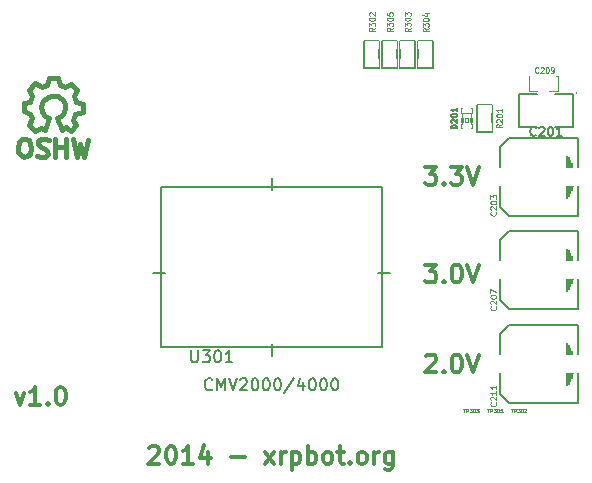
<source format=gto>
%FSLAX46Y46*%
G04 Gerber Fmt 4.6, Leading zero omitted, Abs format (unit mm)*
G04 Created by KiCad (PCBNEW (2014-07-08 BZR 4987)-product) date Sun 20 Jul 2014 10:52:27 PM CEST*
%MOMM*%
G01*
G04 APERTURE LIST*
%ADD10C,0.100000*%
%ADD11C,0.300000*%
%ADD12C,0.150000*%
%ADD13C,0.127000*%
%ADD14C,0.119380*%
%ADD15C,0.066040*%
%ADD16C,0.101600*%
%ADD17C,0.381000*%
%ADD18C,0.114300*%
%ADD19C,0.038100*%
%ADD20C,0.031750*%
%ADD21C,0.800000*%
%ADD22R,1.270000X2.540000*%
%ADD23R,1.143000X0.635000*%
%ADD24R,3.599180X1.600200*%
%ADD25R,0.635000X1.143000*%
%ADD26C,1.524000*%
%ADD27R,0.797560X0.797560*%
%ADD28C,4.500000*%
G04 APERTURE END LIST*
D10*
D11*
X143835715Y-115383571D02*
X144764286Y-115383571D01*
X144264286Y-115955000D01*
X144478572Y-115955000D01*
X144621429Y-116026429D01*
X144692858Y-116097857D01*
X144764286Y-116240714D01*
X144764286Y-116597857D01*
X144692858Y-116740714D01*
X144621429Y-116812143D01*
X144478572Y-116883571D01*
X144050000Y-116883571D01*
X143907143Y-116812143D01*
X143835715Y-116740714D01*
X145407143Y-116740714D02*
X145478571Y-116812143D01*
X145407143Y-116883571D01*
X145335714Y-116812143D01*
X145407143Y-116740714D01*
X145407143Y-116883571D01*
X146407143Y-115383571D02*
X146550000Y-115383571D01*
X146692857Y-115455000D01*
X146764286Y-115526429D01*
X146835715Y-115669286D01*
X146907143Y-115955000D01*
X146907143Y-116312143D01*
X146835715Y-116597857D01*
X146764286Y-116740714D01*
X146692857Y-116812143D01*
X146550000Y-116883571D01*
X146407143Y-116883571D01*
X146264286Y-116812143D01*
X146192857Y-116740714D01*
X146121429Y-116597857D01*
X146050000Y-116312143D01*
X146050000Y-115955000D01*
X146121429Y-115669286D01*
X146192857Y-115526429D01*
X146264286Y-115455000D01*
X146407143Y-115383571D01*
X147335714Y-115383571D02*
X147835714Y-116883571D01*
X148335714Y-115383571D01*
X143907143Y-123146429D02*
X143978572Y-123075000D01*
X144121429Y-123003571D01*
X144478572Y-123003571D01*
X144621429Y-123075000D01*
X144692858Y-123146429D01*
X144764286Y-123289286D01*
X144764286Y-123432143D01*
X144692858Y-123646429D01*
X143835715Y-124503571D01*
X144764286Y-124503571D01*
X145407143Y-124360714D02*
X145478571Y-124432143D01*
X145407143Y-124503571D01*
X145335714Y-124432143D01*
X145407143Y-124360714D01*
X145407143Y-124503571D01*
X146407143Y-123003571D02*
X146550000Y-123003571D01*
X146692857Y-123075000D01*
X146764286Y-123146429D01*
X146835715Y-123289286D01*
X146907143Y-123575000D01*
X146907143Y-123932143D01*
X146835715Y-124217857D01*
X146764286Y-124360714D01*
X146692857Y-124432143D01*
X146550000Y-124503571D01*
X146407143Y-124503571D01*
X146264286Y-124432143D01*
X146192857Y-124360714D01*
X146121429Y-124217857D01*
X146050000Y-123932143D01*
X146050000Y-123575000D01*
X146121429Y-123289286D01*
X146192857Y-123146429D01*
X146264286Y-123075000D01*
X146407143Y-123003571D01*
X147335714Y-123003571D02*
X147835714Y-124503571D01*
X148335714Y-123003571D01*
X143835715Y-107128571D02*
X144764286Y-107128571D01*
X144264286Y-107700000D01*
X144478572Y-107700000D01*
X144621429Y-107771429D01*
X144692858Y-107842857D01*
X144764286Y-107985714D01*
X144764286Y-108342857D01*
X144692858Y-108485714D01*
X144621429Y-108557143D01*
X144478572Y-108628571D01*
X144050000Y-108628571D01*
X143907143Y-108557143D01*
X143835715Y-108485714D01*
X145407143Y-108485714D02*
X145478571Y-108557143D01*
X145407143Y-108628571D01*
X145335714Y-108557143D01*
X145407143Y-108485714D01*
X145407143Y-108628571D01*
X145978572Y-107128571D02*
X146907143Y-107128571D01*
X146407143Y-107700000D01*
X146621429Y-107700000D01*
X146764286Y-107771429D01*
X146835715Y-107842857D01*
X146907143Y-107985714D01*
X146907143Y-108342857D01*
X146835715Y-108485714D01*
X146764286Y-108557143D01*
X146621429Y-108628571D01*
X146192857Y-108628571D01*
X146050000Y-108557143D01*
X145978572Y-108485714D01*
X147335714Y-107128571D02*
X147835714Y-108628571D01*
X148335714Y-107128571D01*
X109167144Y-126248571D02*
X109524287Y-127248571D01*
X109881429Y-126248571D01*
X111238572Y-127248571D02*
X110381429Y-127248571D01*
X110810001Y-127248571D02*
X110810001Y-125748571D01*
X110667144Y-125962857D01*
X110524286Y-126105714D01*
X110381429Y-126177143D01*
X111881429Y-127105714D02*
X111952857Y-127177143D01*
X111881429Y-127248571D01*
X111810000Y-127177143D01*
X111881429Y-127105714D01*
X111881429Y-127248571D01*
X112881429Y-125748571D02*
X113024286Y-125748571D01*
X113167143Y-125820000D01*
X113238572Y-125891429D01*
X113310001Y-126034286D01*
X113381429Y-126320000D01*
X113381429Y-126677143D01*
X113310001Y-126962857D01*
X113238572Y-127105714D01*
X113167143Y-127177143D01*
X113024286Y-127248571D01*
X112881429Y-127248571D01*
X112738572Y-127177143D01*
X112667143Y-127105714D01*
X112595715Y-126962857D01*
X112524286Y-126677143D01*
X112524286Y-126320000D01*
X112595715Y-126034286D01*
X112667143Y-125891429D01*
X112738572Y-125820000D01*
X112881429Y-125748571D01*
X120452858Y-130891429D02*
X120524287Y-130820000D01*
X120667144Y-130748571D01*
X121024287Y-130748571D01*
X121167144Y-130820000D01*
X121238573Y-130891429D01*
X121310001Y-131034286D01*
X121310001Y-131177143D01*
X121238573Y-131391429D01*
X120381430Y-132248571D01*
X121310001Y-132248571D01*
X122238572Y-130748571D02*
X122381429Y-130748571D01*
X122524286Y-130820000D01*
X122595715Y-130891429D01*
X122667144Y-131034286D01*
X122738572Y-131320000D01*
X122738572Y-131677143D01*
X122667144Y-131962857D01*
X122595715Y-132105714D01*
X122524286Y-132177143D01*
X122381429Y-132248571D01*
X122238572Y-132248571D01*
X122095715Y-132177143D01*
X122024286Y-132105714D01*
X121952858Y-131962857D01*
X121881429Y-131677143D01*
X121881429Y-131320000D01*
X121952858Y-131034286D01*
X122024286Y-130891429D01*
X122095715Y-130820000D01*
X122238572Y-130748571D01*
X124167143Y-132248571D02*
X123310000Y-132248571D01*
X123738572Y-132248571D02*
X123738572Y-130748571D01*
X123595715Y-130962857D01*
X123452857Y-131105714D01*
X123310000Y-131177143D01*
X125452857Y-131248571D02*
X125452857Y-132248571D01*
X125095714Y-130677143D02*
X124738571Y-131748571D01*
X125667143Y-131748571D01*
X127381428Y-131677143D02*
X128524285Y-131677143D01*
X130238571Y-132248571D02*
X131024285Y-131248571D01*
X130238571Y-131248571D02*
X131024285Y-132248571D01*
X131595714Y-132248571D02*
X131595714Y-131248571D01*
X131595714Y-131534286D02*
X131667142Y-131391429D01*
X131738571Y-131320000D01*
X131881428Y-131248571D01*
X132024285Y-131248571D01*
X132524285Y-131248571D02*
X132524285Y-132748571D01*
X132524285Y-131320000D02*
X132667142Y-131248571D01*
X132952856Y-131248571D01*
X133095713Y-131320000D01*
X133167142Y-131391429D01*
X133238571Y-131534286D01*
X133238571Y-131962857D01*
X133167142Y-132105714D01*
X133095713Y-132177143D01*
X132952856Y-132248571D01*
X132667142Y-132248571D01*
X132524285Y-132177143D01*
X133881428Y-132248571D02*
X133881428Y-130748571D01*
X133881428Y-131320000D02*
X134024285Y-131248571D01*
X134309999Y-131248571D01*
X134452856Y-131320000D01*
X134524285Y-131391429D01*
X134595714Y-131534286D01*
X134595714Y-131962857D01*
X134524285Y-132105714D01*
X134452856Y-132177143D01*
X134309999Y-132248571D01*
X134024285Y-132248571D01*
X133881428Y-132177143D01*
X135452857Y-132248571D02*
X135309999Y-132177143D01*
X135238571Y-132105714D01*
X135167142Y-131962857D01*
X135167142Y-131534286D01*
X135238571Y-131391429D01*
X135309999Y-131320000D01*
X135452857Y-131248571D01*
X135667142Y-131248571D01*
X135809999Y-131320000D01*
X135881428Y-131391429D01*
X135952857Y-131534286D01*
X135952857Y-131962857D01*
X135881428Y-132105714D01*
X135809999Y-132177143D01*
X135667142Y-132248571D01*
X135452857Y-132248571D01*
X136381428Y-131248571D02*
X136952857Y-131248571D01*
X136595714Y-130748571D02*
X136595714Y-132034286D01*
X136667142Y-132177143D01*
X136810000Y-132248571D01*
X136952857Y-132248571D01*
X137452857Y-132105714D02*
X137524285Y-132177143D01*
X137452857Y-132248571D01*
X137381428Y-132177143D01*
X137452857Y-132105714D01*
X137452857Y-132248571D01*
X138381429Y-132248571D02*
X138238571Y-132177143D01*
X138167143Y-132105714D01*
X138095714Y-131962857D01*
X138095714Y-131534286D01*
X138167143Y-131391429D01*
X138238571Y-131320000D01*
X138381429Y-131248571D01*
X138595714Y-131248571D01*
X138738571Y-131320000D01*
X138810000Y-131391429D01*
X138881429Y-131534286D01*
X138881429Y-131962857D01*
X138810000Y-132105714D01*
X138738571Y-132177143D01*
X138595714Y-132248571D01*
X138381429Y-132248571D01*
X139524286Y-132248571D02*
X139524286Y-131248571D01*
X139524286Y-131534286D02*
X139595714Y-131391429D01*
X139667143Y-131320000D01*
X139810000Y-131248571D01*
X139952857Y-131248571D01*
X141095714Y-131248571D02*
X141095714Y-132462857D01*
X141024285Y-132605714D01*
X140952857Y-132677143D01*
X140810000Y-132748571D01*
X140595714Y-132748571D01*
X140452857Y-132677143D01*
X141095714Y-132177143D02*
X140952857Y-132248571D01*
X140667143Y-132248571D01*
X140524285Y-132177143D01*
X140452857Y-132105714D01*
X140381428Y-131962857D01*
X140381428Y-131534286D01*
X140452857Y-131391429D01*
X140524285Y-131320000D01*
X140667143Y-131248571D01*
X140952857Y-131248571D01*
X141095714Y-131320000D01*
D12*
X130810000Y-109090000D02*
X130810000Y-108090000D01*
X130810000Y-122090000D02*
X130810000Y-123090000D01*
X121810000Y-116090000D02*
X120810000Y-116090000D01*
X139810000Y-116090000D02*
X140810000Y-116090000D01*
X140135000Y-122320000D02*
X121485000Y-122320000D01*
X121485000Y-122320000D02*
X121485000Y-108820000D01*
X121485000Y-108820000D02*
X140135000Y-108820000D01*
X140135000Y-108820000D02*
X140135000Y-122320000D01*
X121485000Y-120570000D02*
X121485000Y-110570000D01*
X140135000Y-110570000D02*
X140135000Y-120570000D01*
D13*
X156643605Y-100838000D02*
G75*
G03X156643604Y-100837999I-179605J0D01*
G74*
G01*
X154813000Y-103759000D02*
X156337000Y-103759000D01*
X156337000Y-103759000D02*
X156337000Y-100965000D01*
X156337000Y-100965000D02*
X154813000Y-100965000D01*
X153289000Y-100965000D02*
X151765000Y-100965000D01*
X151765000Y-100965000D02*
X151765000Y-103759000D01*
X151765000Y-103759000D02*
X153289000Y-103759000D01*
X138675000Y-98713000D02*
X138675000Y-96427000D01*
X138675000Y-96427000D02*
X139945000Y-96427000D01*
X139945000Y-96427000D02*
X139945000Y-98713000D01*
X139945000Y-98713000D02*
X138675000Y-98713000D01*
X141675000Y-98713000D02*
X141675000Y-96427000D01*
X141675000Y-96427000D02*
X142945000Y-96427000D01*
X142945000Y-96427000D02*
X142945000Y-98713000D01*
X142945000Y-98713000D02*
X141675000Y-98713000D01*
X144445000Y-96427000D02*
X144445000Y-98713000D01*
X144445000Y-98713000D02*
X143175000Y-98713000D01*
X143175000Y-98713000D02*
X143175000Y-96427000D01*
X143175000Y-96427000D02*
X144445000Y-96427000D01*
X140175000Y-98713000D02*
X140175000Y-96427000D01*
X140175000Y-96427000D02*
X141445000Y-96427000D01*
X141445000Y-96427000D02*
X141445000Y-98713000D01*
X141445000Y-98713000D02*
X140175000Y-98713000D01*
X156337000Y-108712000D02*
X156337000Y-107188000D01*
X156210000Y-106807000D02*
X156210000Y-109093000D01*
X156083000Y-109347000D02*
X156083000Y-106553000D01*
X155956000Y-106299000D02*
X155956000Y-109601000D01*
X155829000Y-109728000D02*
X155829000Y-106172000D01*
X156464000Y-107950000D02*
G75*
G03X156463999Y-107949999I-3048000J0D01*
G74*
G01*
X156718000Y-111252000D02*
X156718000Y-104648000D01*
X156718000Y-104648000D02*
X150876000Y-104648000D01*
X150876000Y-104648000D02*
X150114000Y-105410000D01*
X150114000Y-105410000D02*
X150114000Y-110490000D01*
X150114000Y-110490000D02*
X150876000Y-111252000D01*
X150876000Y-111252000D02*
X156718000Y-111252000D01*
X151257000Y-107950000D02*
X152019000Y-107950000D01*
X151638000Y-108331000D02*
X151638000Y-107569000D01*
X156337000Y-116586000D02*
X156337000Y-115062000D01*
X156210000Y-114681000D02*
X156210000Y-116967000D01*
X156083000Y-117221000D02*
X156083000Y-114427000D01*
X155956000Y-114173000D02*
X155956000Y-117475000D01*
X155829000Y-117602000D02*
X155829000Y-114046000D01*
X156464000Y-115824000D02*
G75*
G03X156463999Y-115823999I-3048000J0D01*
G74*
G01*
X156718000Y-119126000D02*
X156718000Y-112522000D01*
X156718000Y-112522000D02*
X150876000Y-112522000D01*
X150876000Y-112522000D02*
X150114000Y-113284000D01*
X150114000Y-113284000D02*
X150114000Y-118364000D01*
X150114000Y-118364000D02*
X150876000Y-119126000D01*
X150876000Y-119126000D02*
X156718000Y-119126000D01*
X151257000Y-115824000D02*
X152019000Y-115824000D01*
X151638000Y-116205000D02*
X151638000Y-115443000D01*
D14*
X153326620Y-99395760D02*
X152628120Y-99395760D01*
X154327380Y-99395760D02*
X155025880Y-99395760D01*
X153326620Y-100696240D02*
X152628120Y-100696240D01*
X155025880Y-100696240D02*
X154327380Y-100696240D01*
X152628120Y-100681000D02*
X152628120Y-99411000D01*
X155025880Y-99411000D02*
X155025880Y-100681000D01*
D13*
X156337000Y-124587000D02*
X156337000Y-123063000D01*
X156210000Y-122682000D02*
X156210000Y-124968000D01*
X156083000Y-125222000D02*
X156083000Y-122428000D01*
X155956000Y-122174000D02*
X155956000Y-125476000D01*
X155829000Y-125603000D02*
X155829000Y-122047000D01*
X156464000Y-123825000D02*
G75*
G03X156463999Y-123824999I-3048000J0D01*
G74*
G01*
X156718000Y-127127000D02*
X156718000Y-120523000D01*
X156718000Y-120523000D02*
X150876000Y-120523000D01*
X150876000Y-120523000D02*
X150114000Y-121285000D01*
X150114000Y-121285000D02*
X150114000Y-126365000D01*
X150114000Y-126365000D02*
X150876000Y-127127000D01*
X150876000Y-127127000D02*
X156718000Y-127127000D01*
X151257000Y-123825000D02*
X152019000Y-123825000D01*
X151638000Y-124206000D02*
X151638000Y-123444000D01*
D15*
X147769580Y-103446580D02*
X146870420Y-103446580D01*
X146870420Y-103446580D02*
X146870420Y-103845360D01*
X147769580Y-103845360D02*
X146870420Y-103845360D01*
X147769580Y-103446580D02*
X147769580Y-103845360D01*
X147769580Y-102148640D02*
X146870420Y-102148640D01*
X146870420Y-102148640D02*
X146870420Y-102547420D01*
X147769580Y-102547420D02*
X146870420Y-102547420D01*
X147769580Y-102148640D02*
X147769580Y-102547420D01*
X147769580Y-102997000D02*
X147619720Y-102997000D01*
X147619720Y-102997000D02*
X147619720Y-103296720D01*
X147769580Y-103296720D02*
X147619720Y-103296720D01*
X147769580Y-102997000D02*
X147769580Y-103296720D01*
X147020280Y-102997000D02*
X146870420Y-102997000D01*
X146870420Y-102997000D02*
X146870420Y-103296720D01*
X147020280Y-103296720D02*
X146870420Y-103296720D01*
X147020280Y-102997000D02*
X147020280Y-103296720D01*
X147469860Y-102997000D02*
X147170140Y-102997000D01*
X147170140Y-102997000D02*
X147170140Y-103296720D01*
X147469860Y-103296720D02*
X147170140Y-103296720D01*
X147469860Y-102997000D02*
X147469860Y-103296720D01*
D16*
X147718780Y-103446580D02*
X147718780Y-102547420D01*
X146921220Y-103446580D02*
X146921220Y-102547420D01*
D13*
X149479000Y-101854000D02*
X149479000Y-104140000D01*
X149479000Y-104140000D02*
X148209000Y-104140000D01*
X148209000Y-104140000D02*
X148209000Y-101854000D01*
X148209000Y-101854000D02*
X149479000Y-101854000D01*
D17*
X113978780Y-104759860D02*
X114339460Y-106230520D01*
X114339460Y-106230520D02*
X114618860Y-105168800D01*
X114618860Y-105168800D02*
X114928740Y-106240680D01*
X114928740Y-106240680D02*
X115269100Y-104790340D01*
X112558920Y-105450740D02*
X113348860Y-105440580D01*
X113348860Y-105440580D02*
X113359020Y-105450740D01*
X113359020Y-105450740D02*
X113359020Y-105440580D01*
X113399660Y-104729380D02*
X113399660Y-106271160D01*
X112510660Y-104719220D02*
X112510660Y-106288940D01*
X112510660Y-106288940D02*
X112520820Y-106278780D01*
X111959480Y-104820820D02*
X111608960Y-104739540D01*
X111608960Y-104739540D02*
X111288920Y-104729380D01*
X111288920Y-104729380D02*
X111050160Y-104930040D01*
X111050160Y-104930040D02*
X111019680Y-105199280D01*
X111019680Y-105199280D02*
X111260980Y-105440580D01*
X111260980Y-105440580D02*
X111649600Y-105570120D01*
X111649600Y-105570120D02*
X111829940Y-105730140D01*
X111829940Y-105730140D02*
X111870580Y-106029860D01*
X111870580Y-106029860D02*
X111639440Y-106250840D01*
X111639440Y-106250840D02*
X111319400Y-106278780D01*
X111319400Y-106278780D02*
X110968880Y-106169560D01*
X109930020Y-104719220D02*
X109681100Y-104739540D01*
X109681100Y-104739540D02*
X109439800Y-104980840D01*
X109439800Y-104980840D02*
X109350900Y-105471060D01*
X109350900Y-105471060D02*
X109378840Y-105819040D01*
X109378840Y-105819040D02*
X109579500Y-106139080D01*
X109579500Y-106139080D02*
X109830960Y-106261000D01*
X109830960Y-106261000D02*
X110140840Y-106189880D01*
X110140840Y-106189880D02*
X110359280Y-106009540D01*
X110359280Y-106009540D02*
X110430400Y-105549800D01*
X110430400Y-105549800D02*
X110379600Y-105140860D01*
X110379600Y-105140860D02*
X110270380Y-104858920D01*
X110270380Y-104858920D02*
X109909700Y-104729380D01*
X110529460Y-102999640D02*
X110270380Y-103560980D01*
X110270380Y-103560980D02*
X110808860Y-104079140D01*
X110808860Y-104079140D02*
X111329560Y-103809900D01*
X111329560Y-103809900D02*
X111608960Y-103969920D01*
X113049140Y-103949600D02*
X113379340Y-103759100D01*
X113379340Y-103759100D02*
X113818760Y-104089300D01*
X113818760Y-104089300D02*
X114291200Y-103599080D01*
X114291200Y-103599080D02*
X114009260Y-103119020D01*
X114009260Y-103119020D02*
X114199760Y-102649120D01*
X114199760Y-102649120D02*
X114809360Y-102461160D01*
X114809360Y-102461160D02*
X114809360Y-101780440D01*
X114809360Y-101780440D02*
X114250560Y-101640740D01*
X114250560Y-101640740D02*
X114049900Y-101069240D01*
X114049900Y-101069240D02*
X114319140Y-100599340D01*
X114319140Y-100599340D02*
X113849240Y-100088800D01*
X113849240Y-100088800D02*
X113331080Y-100350420D01*
X113331080Y-100350420D02*
X112861180Y-100149760D01*
X112861180Y-100149760D02*
X112691000Y-99608740D01*
X112691000Y-99608740D02*
X112000120Y-99590960D01*
X112000120Y-99590960D02*
X111789300Y-100139600D01*
X111789300Y-100139600D02*
X111370200Y-100309780D01*
X111370200Y-100309780D02*
X110819020Y-100040540D01*
X110819020Y-100040540D02*
X110300860Y-100568860D01*
X110300860Y-100568860D02*
X110549780Y-101109880D01*
X110549780Y-101109880D02*
X110379600Y-101589940D01*
X110379600Y-101589940D02*
X109830960Y-101689000D01*
X109830960Y-101689000D02*
X109820800Y-102390040D01*
X109820800Y-102390040D02*
X110379600Y-102590700D01*
X110379600Y-102590700D02*
X110519300Y-102989480D01*
X112660520Y-102969160D02*
X112960240Y-102819300D01*
X112960240Y-102819300D02*
X113160900Y-102621180D01*
X113160900Y-102621180D02*
X113310760Y-102219860D01*
X113310760Y-102219860D02*
X113310760Y-101821080D01*
X113310760Y-101821080D02*
X113160900Y-101470560D01*
X113160900Y-101470560D02*
X112708780Y-101120040D01*
X112708780Y-101120040D02*
X112259200Y-101069240D01*
X112259200Y-101069240D02*
X111860420Y-101170840D01*
X111860420Y-101170840D02*
X111459100Y-101518820D01*
X111459100Y-101518820D02*
X111309240Y-101970940D01*
X111309240Y-101970940D02*
X111360040Y-102468780D01*
X111360040Y-102468780D02*
X111608960Y-102771040D01*
X111608960Y-102771040D02*
X111959480Y-102969160D01*
X111959480Y-102969160D02*
X111608960Y-103969920D01*
X112660520Y-102969160D02*
X113059300Y-103969920D01*
D12*
X124015714Y-122642381D02*
X124015714Y-123451905D01*
X124063333Y-123547143D01*
X124110952Y-123594762D01*
X124206190Y-123642381D01*
X124396667Y-123642381D01*
X124491905Y-123594762D01*
X124539524Y-123547143D01*
X124587143Y-123451905D01*
X124587143Y-122642381D01*
X124968095Y-122642381D02*
X125587143Y-122642381D01*
X125253809Y-123023333D01*
X125396667Y-123023333D01*
X125491905Y-123070952D01*
X125539524Y-123118571D01*
X125587143Y-123213810D01*
X125587143Y-123451905D01*
X125539524Y-123547143D01*
X125491905Y-123594762D01*
X125396667Y-123642381D01*
X125110952Y-123642381D01*
X125015714Y-123594762D01*
X124968095Y-123547143D01*
X126206190Y-122642381D02*
X126301429Y-122642381D01*
X126396667Y-122690000D01*
X126444286Y-122737619D01*
X126491905Y-122832857D01*
X126539524Y-123023333D01*
X126539524Y-123261429D01*
X126491905Y-123451905D01*
X126444286Y-123547143D01*
X126396667Y-123594762D01*
X126301429Y-123642381D01*
X126206190Y-123642381D01*
X126110952Y-123594762D01*
X126063333Y-123547143D01*
X126015714Y-123451905D01*
X125968095Y-123261429D01*
X125968095Y-123023333D01*
X126015714Y-122832857D01*
X126063333Y-122737619D01*
X126110952Y-122690000D01*
X126206190Y-122642381D01*
X127491905Y-123642381D02*
X126920476Y-123642381D01*
X127206190Y-123642381D02*
X127206190Y-122642381D01*
X127110952Y-122785238D01*
X127015714Y-122880476D01*
X126920476Y-122928095D01*
X125786191Y-125927143D02*
X125738572Y-125974762D01*
X125595715Y-126022381D01*
X125500477Y-126022381D01*
X125357619Y-125974762D01*
X125262381Y-125879524D01*
X125214762Y-125784286D01*
X125167143Y-125593810D01*
X125167143Y-125450952D01*
X125214762Y-125260476D01*
X125262381Y-125165238D01*
X125357619Y-125070000D01*
X125500477Y-125022381D01*
X125595715Y-125022381D01*
X125738572Y-125070000D01*
X125786191Y-125117619D01*
X126214762Y-126022381D02*
X126214762Y-125022381D01*
X126548096Y-125736667D01*
X126881429Y-125022381D01*
X126881429Y-126022381D01*
X127214762Y-125022381D02*
X127548095Y-126022381D01*
X127881429Y-125022381D01*
X128167143Y-125117619D02*
X128214762Y-125070000D01*
X128310000Y-125022381D01*
X128548096Y-125022381D01*
X128643334Y-125070000D01*
X128690953Y-125117619D01*
X128738572Y-125212857D01*
X128738572Y-125308095D01*
X128690953Y-125450952D01*
X128119524Y-126022381D01*
X128738572Y-126022381D01*
X129357619Y-125022381D02*
X129452858Y-125022381D01*
X129548096Y-125070000D01*
X129595715Y-125117619D01*
X129643334Y-125212857D01*
X129690953Y-125403333D01*
X129690953Y-125641429D01*
X129643334Y-125831905D01*
X129595715Y-125927143D01*
X129548096Y-125974762D01*
X129452858Y-126022381D01*
X129357619Y-126022381D01*
X129262381Y-125974762D01*
X129214762Y-125927143D01*
X129167143Y-125831905D01*
X129119524Y-125641429D01*
X129119524Y-125403333D01*
X129167143Y-125212857D01*
X129214762Y-125117619D01*
X129262381Y-125070000D01*
X129357619Y-125022381D01*
X130310000Y-125022381D02*
X130405239Y-125022381D01*
X130500477Y-125070000D01*
X130548096Y-125117619D01*
X130595715Y-125212857D01*
X130643334Y-125403333D01*
X130643334Y-125641429D01*
X130595715Y-125831905D01*
X130548096Y-125927143D01*
X130500477Y-125974762D01*
X130405239Y-126022381D01*
X130310000Y-126022381D01*
X130214762Y-125974762D01*
X130167143Y-125927143D01*
X130119524Y-125831905D01*
X130071905Y-125641429D01*
X130071905Y-125403333D01*
X130119524Y-125212857D01*
X130167143Y-125117619D01*
X130214762Y-125070000D01*
X130310000Y-125022381D01*
X131262381Y-125022381D02*
X131357620Y-125022381D01*
X131452858Y-125070000D01*
X131500477Y-125117619D01*
X131548096Y-125212857D01*
X131595715Y-125403333D01*
X131595715Y-125641429D01*
X131548096Y-125831905D01*
X131500477Y-125927143D01*
X131452858Y-125974762D01*
X131357620Y-126022381D01*
X131262381Y-126022381D01*
X131167143Y-125974762D01*
X131119524Y-125927143D01*
X131071905Y-125831905D01*
X131024286Y-125641429D01*
X131024286Y-125403333D01*
X131071905Y-125212857D01*
X131119524Y-125117619D01*
X131167143Y-125070000D01*
X131262381Y-125022381D01*
X132738572Y-124974762D02*
X131881429Y-126260476D01*
X133500477Y-125355714D02*
X133500477Y-126022381D01*
X133262381Y-124974762D02*
X133024286Y-125689048D01*
X133643334Y-125689048D01*
X134214762Y-125022381D02*
X134310001Y-125022381D01*
X134405239Y-125070000D01*
X134452858Y-125117619D01*
X134500477Y-125212857D01*
X134548096Y-125403333D01*
X134548096Y-125641429D01*
X134500477Y-125831905D01*
X134452858Y-125927143D01*
X134405239Y-125974762D01*
X134310001Y-126022381D01*
X134214762Y-126022381D01*
X134119524Y-125974762D01*
X134071905Y-125927143D01*
X134024286Y-125831905D01*
X133976667Y-125641429D01*
X133976667Y-125403333D01*
X134024286Y-125212857D01*
X134071905Y-125117619D01*
X134119524Y-125070000D01*
X134214762Y-125022381D01*
X135167143Y-125022381D02*
X135262382Y-125022381D01*
X135357620Y-125070000D01*
X135405239Y-125117619D01*
X135452858Y-125212857D01*
X135500477Y-125403333D01*
X135500477Y-125641429D01*
X135452858Y-125831905D01*
X135405239Y-125927143D01*
X135357620Y-125974762D01*
X135262382Y-126022381D01*
X135167143Y-126022381D01*
X135071905Y-125974762D01*
X135024286Y-125927143D01*
X134976667Y-125831905D01*
X134929048Y-125641429D01*
X134929048Y-125403333D01*
X134976667Y-125212857D01*
X135024286Y-125117619D01*
X135071905Y-125070000D01*
X135167143Y-125022381D01*
X136119524Y-125022381D02*
X136214763Y-125022381D01*
X136310001Y-125070000D01*
X136357620Y-125117619D01*
X136405239Y-125212857D01*
X136452858Y-125403333D01*
X136452858Y-125641429D01*
X136405239Y-125831905D01*
X136357620Y-125927143D01*
X136310001Y-125974762D01*
X136214763Y-126022381D01*
X136119524Y-126022381D01*
X136024286Y-125974762D01*
X135976667Y-125927143D01*
X135929048Y-125831905D01*
X135881429Y-125641429D01*
X135881429Y-125403333D01*
X135929048Y-125212857D01*
X135976667Y-125117619D01*
X136024286Y-125070000D01*
X136119524Y-125022381D01*
D13*
X153198286Y-104412143D02*
X153162000Y-104448429D01*
X153053143Y-104484714D01*
X152980572Y-104484714D01*
X152871715Y-104448429D01*
X152799143Y-104375857D01*
X152762858Y-104303286D01*
X152726572Y-104158143D01*
X152726572Y-104049286D01*
X152762858Y-103904143D01*
X152799143Y-103831571D01*
X152871715Y-103759000D01*
X152980572Y-103722714D01*
X153053143Y-103722714D01*
X153162000Y-103759000D01*
X153198286Y-103795286D01*
X153488572Y-103795286D02*
X153524858Y-103759000D01*
X153597429Y-103722714D01*
X153778858Y-103722714D01*
X153851429Y-103759000D01*
X153887715Y-103795286D01*
X153924000Y-103867857D01*
X153924000Y-103940429D01*
X153887715Y-104049286D01*
X153452286Y-104484714D01*
X153924000Y-104484714D01*
X154395714Y-103722714D02*
X154468286Y-103722714D01*
X154540857Y-103759000D01*
X154577143Y-103795286D01*
X154613429Y-103867857D01*
X154649714Y-104013000D01*
X154649714Y-104194429D01*
X154613429Y-104339571D01*
X154577143Y-104412143D01*
X154540857Y-104448429D01*
X154468286Y-104484714D01*
X154395714Y-104484714D01*
X154323143Y-104448429D01*
X154286857Y-104412143D01*
X154250572Y-104339571D01*
X154214286Y-104194429D01*
X154214286Y-104013000D01*
X154250572Y-103867857D01*
X154286857Y-103795286D01*
X154323143Y-103759000D01*
X154395714Y-103722714D01*
X155375428Y-104484714D02*
X154940000Y-104484714D01*
X155157714Y-104484714D02*
X155157714Y-103722714D01*
X155085143Y-103831571D01*
X155012571Y-103904143D01*
X154940000Y-103940429D01*
D18*
X139586810Y-95336629D02*
X139344905Y-95489029D01*
X139586810Y-95597886D02*
X139078810Y-95597886D01*
X139078810Y-95423714D01*
X139103000Y-95380172D01*
X139127190Y-95358400D01*
X139175571Y-95336629D01*
X139248143Y-95336629D01*
X139296524Y-95358400D01*
X139320714Y-95380172D01*
X139344905Y-95423714D01*
X139344905Y-95597886D01*
X139078810Y-95184229D02*
X139078810Y-94901200D01*
X139272333Y-95053600D01*
X139272333Y-94988286D01*
X139296524Y-94944743D01*
X139320714Y-94922972D01*
X139369095Y-94901200D01*
X139490048Y-94901200D01*
X139538429Y-94922972D01*
X139562619Y-94944743D01*
X139586810Y-94988286D01*
X139586810Y-95118914D01*
X139562619Y-95162457D01*
X139538429Y-95184229D01*
X139078810Y-94618171D02*
X139078810Y-94574628D01*
X139103000Y-94531085D01*
X139127190Y-94509314D01*
X139175571Y-94487543D01*
X139272333Y-94465771D01*
X139393286Y-94465771D01*
X139490048Y-94487543D01*
X139538429Y-94509314D01*
X139562619Y-94531085D01*
X139586810Y-94574628D01*
X139586810Y-94618171D01*
X139562619Y-94661714D01*
X139538429Y-94683485D01*
X139490048Y-94705257D01*
X139393286Y-94727028D01*
X139272333Y-94727028D01*
X139175571Y-94705257D01*
X139127190Y-94683485D01*
X139103000Y-94661714D01*
X139078810Y-94618171D01*
X139127190Y-94291599D02*
X139103000Y-94269828D01*
X139078810Y-94226285D01*
X139078810Y-94117428D01*
X139103000Y-94073885D01*
X139127190Y-94052114D01*
X139175571Y-94030342D01*
X139223952Y-94030342D01*
X139296524Y-94052114D01*
X139586810Y-94313371D01*
X139586810Y-94030342D01*
X142586810Y-95336629D02*
X142344905Y-95489029D01*
X142586810Y-95597886D02*
X142078810Y-95597886D01*
X142078810Y-95423714D01*
X142103000Y-95380172D01*
X142127190Y-95358400D01*
X142175571Y-95336629D01*
X142248143Y-95336629D01*
X142296524Y-95358400D01*
X142320714Y-95380172D01*
X142344905Y-95423714D01*
X142344905Y-95597886D01*
X142078810Y-95184229D02*
X142078810Y-94901200D01*
X142272333Y-95053600D01*
X142272333Y-94988286D01*
X142296524Y-94944743D01*
X142320714Y-94922972D01*
X142369095Y-94901200D01*
X142490048Y-94901200D01*
X142538429Y-94922972D01*
X142562619Y-94944743D01*
X142586810Y-94988286D01*
X142586810Y-95118914D01*
X142562619Y-95162457D01*
X142538429Y-95184229D01*
X142078810Y-94618171D02*
X142078810Y-94574628D01*
X142103000Y-94531085D01*
X142127190Y-94509314D01*
X142175571Y-94487543D01*
X142272333Y-94465771D01*
X142393286Y-94465771D01*
X142490048Y-94487543D01*
X142538429Y-94509314D01*
X142562619Y-94531085D01*
X142586810Y-94574628D01*
X142586810Y-94618171D01*
X142562619Y-94661714D01*
X142538429Y-94683485D01*
X142490048Y-94705257D01*
X142393286Y-94727028D01*
X142272333Y-94727028D01*
X142175571Y-94705257D01*
X142127190Y-94683485D01*
X142103000Y-94661714D01*
X142078810Y-94618171D01*
X142078810Y-94313371D02*
X142078810Y-94030342D01*
X142272333Y-94182742D01*
X142272333Y-94117428D01*
X142296524Y-94073885D01*
X142320714Y-94052114D01*
X142369095Y-94030342D01*
X142490048Y-94030342D01*
X142538429Y-94052114D01*
X142562619Y-94073885D01*
X142586810Y-94117428D01*
X142586810Y-94248056D01*
X142562619Y-94291599D01*
X142538429Y-94313371D01*
X144120810Y-95380629D02*
X143878905Y-95533029D01*
X144120810Y-95641886D02*
X143612810Y-95641886D01*
X143612810Y-95467714D01*
X143637000Y-95424172D01*
X143661190Y-95402400D01*
X143709571Y-95380629D01*
X143782143Y-95380629D01*
X143830524Y-95402400D01*
X143854714Y-95424172D01*
X143878905Y-95467714D01*
X143878905Y-95641886D01*
X143612810Y-95228229D02*
X143612810Y-94945200D01*
X143806333Y-95097600D01*
X143806333Y-95032286D01*
X143830524Y-94988743D01*
X143854714Y-94966972D01*
X143903095Y-94945200D01*
X144024048Y-94945200D01*
X144072429Y-94966972D01*
X144096619Y-94988743D01*
X144120810Y-95032286D01*
X144120810Y-95162914D01*
X144096619Y-95206457D01*
X144072429Y-95228229D01*
X143612810Y-94662171D02*
X143612810Y-94618628D01*
X143637000Y-94575085D01*
X143661190Y-94553314D01*
X143709571Y-94531543D01*
X143806333Y-94509771D01*
X143927286Y-94509771D01*
X144024048Y-94531543D01*
X144072429Y-94553314D01*
X144096619Y-94575085D01*
X144120810Y-94618628D01*
X144120810Y-94662171D01*
X144096619Y-94705714D01*
X144072429Y-94727485D01*
X144024048Y-94749257D01*
X143927286Y-94771028D01*
X143806333Y-94771028D01*
X143709571Y-94749257D01*
X143661190Y-94727485D01*
X143637000Y-94705714D01*
X143612810Y-94662171D01*
X143782143Y-94117885D02*
X144120810Y-94117885D01*
X143588619Y-94226742D02*
X143951476Y-94335599D01*
X143951476Y-94052571D01*
X141086810Y-95336629D02*
X140844905Y-95489029D01*
X141086810Y-95597886D02*
X140578810Y-95597886D01*
X140578810Y-95423714D01*
X140603000Y-95380172D01*
X140627190Y-95358400D01*
X140675571Y-95336629D01*
X140748143Y-95336629D01*
X140796524Y-95358400D01*
X140820714Y-95380172D01*
X140844905Y-95423714D01*
X140844905Y-95597886D01*
X140578810Y-95184229D02*
X140578810Y-94901200D01*
X140772333Y-95053600D01*
X140772333Y-94988286D01*
X140796524Y-94944743D01*
X140820714Y-94922972D01*
X140869095Y-94901200D01*
X140990048Y-94901200D01*
X141038429Y-94922972D01*
X141062619Y-94944743D01*
X141086810Y-94988286D01*
X141086810Y-95118914D01*
X141062619Y-95162457D01*
X141038429Y-95184229D01*
X140578810Y-94618171D02*
X140578810Y-94574628D01*
X140603000Y-94531085D01*
X140627190Y-94509314D01*
X140675571Y-94487543D01*
X140772333Y-94465771D01*
X140893286Y-94465771D01*
X140990048Y-94487543D01*
X141038429Y-94509314D01*
X141062619Y-94531085D01*
X141086810Y-94574628D01*
X141086810Y-94618171D01*
X141062619Y-94661714D01*
X141038429Y-94683485D01*
X140990048Y-94705257D01*
X140893286Y-94727028D01*
X140772333Y-94727028D01*
X140675571Y-94705257D01*
X140627190Y-94683485D01*
X140603000Y-94661714D01*
X140578810Y-94618171D01*
X140578810Y-94052114D02*
X140578810Y-94269828D01*
X140820714Y-94291599D01*
X140796524Y-94269828D01*
X140772333Y-94226285D01*
X140772333Y-94117428D01*
X140796524Y-94073885D01*
X140820714Y-94052114D01*
X140869095Y-94030342D01*
X140990048Y-94030342D01*
X141038429Y-94052114D01*
X141062619Y-94073885D01*
X141086810Y-94117428D01*
X141086810Y-94226285D01*
X141062619Y-94269828D01*
X141038429Y-94291599D01*
D14*
X149784707Y-110922948D02*
X149808535Y-110946776D01*
X149832362Y-111018259D01*
X149832362Y-111065914D01*
X149808535Y-111137397D01*
X149760880Y-111185052D01*
X149713224Y-111208880D01*
X149617914Y-111232708D01*
X149546431Y-111232708D01*
X149451120Y-111208880D01*
X149403465Y-111185052D01*
X149355810Y-111137397D01*
X149331982Y-111065914D01*
X149331982Y-111018259D01*
X149355810Y-110946776D01*
X149379638Y-110922948D01*
X149379638Y-110732328D02*
X149355810Y-110708500D01*
X149331982Y-110660845D01*
X149331982Y-110541707D01*
X149355810Y-110494051D01*
X149379638Y-110470224D01*
X149427293Y-110446396D01*
X149474948Y-110446396D01*
X149546431Y-110470224D01*
X149832362Y-110756155D01*
X149832362Y-110446396D01*
X149331982Y-110136637D02*
X149331982Y-110088982D01*
X149355810Y-110041327D01*
X149379638Y-110017499D01*
X149427293Y-109993672D01*
X149522603Y-109969844D01*
X149641741Y-109969844D01*
X149737052Y-109993672D01*
X149784707Y-110017499D01*
X149808535Y-110041327D01*
X149832362Y-110088982D01*
X149832362Y-110136637D01*
X149808535Y-110184293D01*
X149784707Y-110208120D01*
X149737052Y-110231948D01*
X149641741Y-110255776D01*
X149522603Y-110255776D01*
X149427293Y-110231948D01*
X149379638Y-110208120D01*
X149355810Y-110184293D01*
X149331982Y-110136637D01*
X149331982Y-109803051D02*
X149331982Y-109493292D01*
X149522603Y-109660085D01*
X149522603Y-109588603D01*
X149546431Y-109540947D01*
X149570259Y-109517120D01*
X149617914Y-109493292D01*
X149737052Y-109493292D01*
X149784707Y-109517120D01*
X149808535Y-109540947D01*
X149832362Y-109588603D01*
X149832362Y-109731568D01*
X149808535Y-109779224D01*
X149784707Y-109803051D01*
X149784707Y-118923948D02*
X149808535Y-118947776D01*
X149832362Y-119019259D01*
X149832362Y-119066914D01*
X149808535Y-119138397D01*
X149760880Y-119186052D01*
X149713224Y-119209880D01*
X149617914Y-119233708D01*
X149546431Y-119233708D01*
X149451120Y-119209880D01*
X149403465Y-119186052D01*
X149355810Y-119138397D01*
X149331982Y-119066914D01*
X149331982Y-119019259D01*
X149355810Y-118947776D01*
X149379638Y-118923948D01*
X149379638Y-118733328D02*
X149355810Y-118709500D01*
X149331982Y-118661845D01*
X149331982Y-118542707D01*
X149355810Y-118495051D01*
X149379638Y-118471224D01*
X149427293Y-118447396D01*
X149474948Y-118447396D01*
X149546431Y-118471224D01*
X149832362Y-118757155D01*
X149832362Y-118447396D01*
X149331982Y-118137637D02*
X149331982Y-118089982D01*
X149355810Y-118042327D01*
X149379638Y-118018499D01*
X149427293Y-117994672D01*
X149522603Y-117970844D01*
X149641741Y-117970844D01*
X149737052Y-117994672D01*
X149784707Y-118018499D01*
X149808535Y-118042327D01*
X149832362Y-118089982D01*
X149832362Y-118137637D01*
X149808535Y-118185293D01*
X149784707Y-118209120D01*
X149737052Y-118232948D01*
X149641741Y-118256776D01*
X149522603Y-118256776D01*
X149427293Y-118232948D01*
X149379638Y-118209120D01*
X149355810Y-118185293D01*
X149331982Y-118137637D01*
X149331982Y-117804051D02*
X149331982Y-117470464D01*
X149832362Y-117684913D01*
D18*
X153412371Y-99114429D02*
X153390600Y-99138619D01*
X153325286Y-99162810D01*
X153281743Y-99162810D01*
X153216428Y-99138619D01*
X153172886Y-99090238D01*
X153151114Y-99041857D01*
X153129343Y-98945095D01*
X153129343Y-98872524D01*
X153151114Y-98775762D01*
X153172886Y-98727381D01*
X153216428Y-98679000D01*
X153281743Y-98654810D01*
X153325286Y-98654810D01*
X153390600Y-98679000D01*
X153412371Y-98703190D01*
X153586543Y-98703190D02*
X153608314Y-98679000D01*
X153651857Y-98654810D01*
X153760714Y-98654810D01*
X153804257Y-98679000D01*
X153826028Y-98703190D01*
X153847800Y-98751571D01*
X153847800Y-98799952D01*
X153826028Y-98872524D01*
X153564771Y-99162810D01*
X153847800Y-99162810D01*
X154130829Y-98654810D02*
X154174372Y-98654810D01*
X154217915Y-98679000D01*
X154239686Y-98703190D01*
X154261457Y-98751571D01*
X154283229Y-98848333D01*
X154283229Y-98969286D01*
X154261457Y-99066048D01*
X154239686Y-99114429D01*
X154217915Y-99138619D01*
X154174372Y-99162810D01*
X154130829Y-99162810D01*
X154087286Y-99138619D01*
X154065515Y-99114429D01*
X154043743Y-99066048D01*
X154021972Y-98969286D01*
X154021972Y-98848333D01*
X154043743Y-98751571D01*
X154065515Y-98703190D01*
X154087286Y-98679000D01*
X154130829Y-98654810D01*
X154500944Y-99162810D02*
X154588029Y-99162810D01*
X154631572Y-99138619D01*
X154653344Y-99114429D01*
X154696886Y-99041857D01*
X154718658Y-98945095D01*
X154718658Y-98751571D01*
X154696886Y-98703190D01*
X154675115Y-98679000D01*
X154631572Y-98654810D01*
X154544486Y-98654810D01*
X154500944Y-98679000D01*
X154479172Y-98703190D01*
X154457401Y-98751571D01*
X154457401Y-98872524D01*
X154479172Y-98920905D01*
X154500944Y-98945095D01*
X154544486Y-98969286D01*
X154631572Y-98969286D01*
X154675115Y-98945095D01*
X154696886Y-98920905D01*
X154718658Y-98872524D01*
D14*
X149784707Y-127051948D02*
X149808535Y-127075776D01*
X149832362Y-127147259D01*
X149832362Y-127194914D01*
X149808535Y-127266397D01*
X149760880Y-127314052D01*
X149713224Y-127337880D01*
X149617914Y-127361708D01*
X149546431Y-127361708D01*
X149451120Y-127337880D01*
X149403465Y-127314052D01*
X149355810Y-127266397D01*
X149331982Y-127194914D01*
X149331982Y-127147259D01*
X149355810Y-127075776D01*
X149379638Y-127051948D01*
X149379638Y-126861328D02*
X149355810Y-126837500D01*
X149331982Y-126789845D01*
X149331982Y-126670707D01*
X149355810Y-126623051D01*
X149379638Y-126599224D01*
X149427293Y-126575396D01*
X149474948Y-126575396D01*
X149546431Y-126599224D01*
X149832362Y-126885155D01*
X149832362Y-126575396D01*
X149832362Y-126098844D02*
X149832362Y-126384776D01*
X149832362Y-126241810D02*
X149331982Y-126241810D01*
X149403465Y-126289465D01*
X149451120Y-126337120D01*
X149474948Y-126384776D01*
X149832362Y-125622292D02*
X149832362Y-125908224D01*
X149832362Y-125765258D02*
X149331982Y-125765258D01*
X149403465Y-125812913D01*
X149451120Y-125860568D01*
X149474948Y-125908224D01*
D19*
X149068715Y-127597714D02*
X149240144Y-127597714D01*
X149154430Y-127897714D02*
X149154430Y-127597714D01*
X149340144Y-127897714D02*
X149340144Y-127597714D01*
X149454429Y-127597714D01*
X149483001Y-127612000D01*
X149497286Y-127626286D01*
X149511572Y-127654857D01*
X149511572Y-127697714D01*
X149497286Y-127726286D01*
X149483001Y-127740571D01*
X149454429Y-127754857D01*
X149340144Y-127754857D01*
X149611572Y-127597714D02*
X149797286Y-127597714D01*
X149697286Y-127712000D01*
X149740144Y-127712000D01*
X149768715Y-127726286D01*
X149783001Y-127740571D01*
X149797286Y-127769143D01*
X149797286Y-127840571D01*
X149783001Y-127869143D01*
X149768715Y-127883429D01*
X149740144Y-127897714D01*
X149654429Y-127897714D01*
X149625858Y-127883429D01*
X149611572Y-127869143D01*
X149983000Y-127597714D02*
X150011572Y-127597714D01*
X150040143Y-127612000D01*
X150054429Y-127626286D01*
X150068715Y-127654857D01*
X150083000Y-127712000D01*
X150083000Y-127783429D01*
X150068715Y-127840571D01*
X150054429Y-127869143D01*
X150040143Y-127883429D01*
X150011572Y-127897714D01*
X149983000Y-127897714D01*
X149954429Y-127883429D01*
X149940143Y-127869143D01*
X149925858Y-127840571D01*
X149911572Y-127783429D01*
X149911572Y-127712000D01*
X149925858Y-127654857D01*
X149940143Y-127626286D01*
X149954429Y-127612000D01*
X149983000Y-127597714D01*
X150368714Y-127897714D02*
X150197286Y-127897714D01*
X150283000Y-127897714D02*
X150283000Y-127597714D01*
X150254429Y-127640571D01*
X150225857Y-127669143D01*
X150197286Y-127683429D01*
D20*
X151093715Y-127595714D02*
X151265144Y-127595714D01*
X151179430Y-127895714D02*
X151179430Y-127595714D01*
X151365144Y-127895714D02*
X151365144Y-127595714D01*
X151479429Y-127595714D01*
X151508001Y-127610000D01*
X151522286Y-127624286D01*
X151536572Y-127652857D01*
X151536572Y-127695714D01*
X151522286Y-127724286D01*
X151508001Y-127738571D01*
X151479429Y-127752857D01*
X151365144Y-127752857D01*
X151636572Y-127595714D02*
X151822286Y-127595714D01*
X151722286Y-127710000D01*
X151765144Y-127710000D01*
X151793715Y-127724286D01*
X151808001Y-127738571D01*
X151822286Y-127767143D01*
X151822286Y-127838571D01*
X151808001Y-127867143D01*
X151793715Y-127881429D01*
X151765144Y-127895714D01*
X151679429Y-127895714D01*
X151650858Y-127881429D01*
X151636572Y-127867143D01*
X152008000Y-127595714D02*
X152036572Y-127595714D01*
X152065143Y-127610000D01*
X152079429Y-127624286D01*
X152093715Y-127652857D01*
X152108000Y-127710000D01*
X152108000Y-127781429D01*
X152093715Y-127838571D01*
X152079429Y-127867143D01*
X152065143Y-127881429D01*
X152036572Y-127895714D01*
X152008000Y-127895714D01*
X151979429Y-127881429D01*
X151965143Y-127867143D01*
X151950858Y-127838571D01*
X151936572Y-127781429D01*
X151936572Y-127710000D01*
X151950858Y-127652857D01*
X151965143Y-127624286D01*
X151979429Y-127610000D01*
X152008000Y-127595714D01*
X152222286Y-127624286D02*
X152236572Y-127610000D01*
X152265143Y-127595714D01*
X152336572Y-127595714D01*
X152365143Y-127610000D01*
X152379429Y-127624286D01*
X152393714Y-127652857D01*
X152393714Y-127681429D01*
X152379429Y-127724286D01*
X152208000Y-127895714D01*
X152393714Y-127895714D01*
X147036715Y-127597714D02*
X147208144Y-127597714D01*
X147122430Y-127897714D02*
X147122430Y-127597714D01*
X147308144Y-127897714D02*
X147308144Y-127597714D01*
X147422429Y-127597714D01*
X147451001Y-127612000D01*
X147465286Y-127626286D01*
X147479572Y-127654857D01*
X147479572Y-127697714D01*
X147465286Y-127726286D01*
X147451001Y-127740571D01*
X147422429Y-127754857D01*
X147308144Y-127754857D01*
X147579572Y-127597714D02*
X147765286Y-127597714D01*
X147665286Y-127712000D01*
X147708144Y-127712000D01*
X147736715Y-127726286D01*
X147751001Y-127740571D01*
X147765286Y-127769143D01*
X147765286Y-127840571D01*
X147751001Y-127869143D01*
X147736715Y-127883429D01*
X147708144Y-127897714D01*
X147622429Y-127897714D01*
X147593858Y-127883429D01*
X147579572Y-127869143D01*
X147951000Y-127597714D02*
X147979572Y-127597714D01*
X148008143Y-127612000D01*
X148022429Y-127626286D01*
X148036715Y-127654857D01*
X148051000Y-127712000D01*
X148051000Y-127783429D01*
X148036715Y-127840571D01*
X148022429Y-127869143D01*
X148008143Y-127883429D01*
X147979572Y-127897714D01*
X147951000Y-127897714D01*
X147922429Y-127883429D01*
X147908143Y-127869143D01*
X147893858Y-127840571D01*
X147879572Y-127783429D01*
X147879572Y-127712000D01*
X147893858Y-127654857D01*
X147908143Y-127626286D01*
X147922429Y-127612000D01*
X147951000Y-127597714D01*
X148151000Y-127597714D02*
X148336714Y-127597714D01*
X148236714Y-127712000D01*
X148279572Y-127712000D01*
X148308143Y-127726286D01*
X148322429Y-127740571D01*
X148336714Y-127769143D01*
X148336714Y-127840571D01*
X148322429Y-127869143D01*
X148308143Y-127883429D01*
X148279572Y-127897714D01*
X148193857Y-127897714D01*
X148165286Y-127883429D01*
X148151000Y-127869143D01*
D13*
X146533810Y-103855763D02*
X146025810Y-103855763D01*
X146025810Y-103734810D01*
X146050000Y-103662239D01*
X146098381Y-103613858D01*
X146146762Y-103589667D01*
X146243524Y-103565477D01*
X146316095Y-103565477D01*
X146412857Y-103589667D01*
X146461238Y-103613858D01*
X146509619Y-103662239D01*
X146533810Y-103734810D01*
X146533810Y-103855763D01*
X146074190Y-103371953D02*
X146050000Y-103347763D01*
X146025810Y-103299382D01*
X146025810Y-103178429D01*
X146050000Y-103130048D01*
X146074190Y-103105858D01*
X146122571Y-103081667D01*
X146170952Y-103081667D01*
X146243524Y-103105858D01*
X146533810Y-103396144D01*
X146533810Y-103081667D01*
X146025810Y-102767191D02*
X146025810Y-102718810D01*
X146050000Y-102670429D01*
X146074190Y-102646238D01*
X146122571Y-102622048D01*
X146219333Y-102597857D01*
X146340286Y-102597857D01*
X146437048Y-102622048D01*
X146485429Y-102646238D01*
X146509619Y-102670429D01*
X146533810Y-102718810D01*
X146533810Y-102767191D01*
X146509619Y-102815572D01*
X146485429Y-102839762D01*
X146437048Y-102863953D01*
X146340286Y-102888143D01*
X146219333Y-102888143D01*
X146122571Y-102863953D01*
X146074190Y-102839762D01*
X146050000Y-102815572D01*
X146025810Y-102767191D01*
X146533810Y-102114047D02*
X146533810Y-102404333D01*
X146533810Y-102259190D02*
X146025810Y-102259190D01*
X146098381Y-102307571D01*
X146146762Y-102355952D01*
X146170952Y-102404333D01*
D18*
X150343810Y-103508629D02*
X150101905Y-103661029D01*
X150343810Y-103769886D02*
X149835810Y-103769886D01*
X149835810Y-103595714D01*
X149860000Y-103552172D01*
X149884190Y-103530400D01*
X149932571Y-103508629D01*
X150005143Y-103508629D01*
X150053524Y-103530400D01*
X150077714Y-103552172D01*
X150101905Y-103595714D01*
X150101905Y-103769886D01*
X149884190Y-103334457D02*
X149860000Y-103312686D01*
X149835810Y-103269143D01*
X149835810Y-103160286D01*
X149860000Y-103116743D01*
X149884190Y-103094972D01*
X149932571Y-103073200D01*
X149980952Y-103073200D01*
X150053524Y-103094972D01*
X150343810Y-103356229D01*
X150343810Y-103073200D01*
X149835810Y-102790171D02*
X149835810Y-102746628D01*
X149860000Y-102703085D01*
X149884190Y-102681314D01*
X149932571Y-102659543D01*
X150029333Y-102637771D01*
X150150286Y-102637771D01*
X150247048Y-102659543D01*
X150295429Y-102681314D01*
X150319619Y-102703085D01*
X150343810Y-102746628D01*
X150343810Y-102790171D01*
X150319619Y-102833714D01*
X150295429Y-102855485D01*
X150247048Y-102877257D01*
X150150286Y-102899028D01*
X150029333Y-102899028D01*
X149932571Y-102877257D01*
X149884190Y-102855485D01*
X149860000Y-102833714D01*
X149835810Y-102790171D01*
X150343810Y-102202342D02*
X150343810Y-102463599D01*
X150343810Y-102332971D02*
X149835810Y-102332971D01*
X149908381Y-102376514D01*
X149956762Y-102420056D01*
X149980952Y-102463599D01*
%LPC*%
D21*
X137795000Y-112395000D03*
X136525000Y-112395000D03*
X135255000Y-112395000D03*
X133985000Y-112395000D03*
X132715000Y-112395000D03*
X131445000Y-112395000D03*
X130175000Y-112395000D03*
X128905000Y-112395000D03*
X127635000Y-112395000D03*
X126365000Y-112395000D03*
X125095000Y-112395000D03*
X123825000Y-112395000D03*
X123825000Y-111125000D03*
X136525000Y-111125000D03*
X135255000Y-111125000D03*
X133985000Y-111125000D03*
X132715000Y-111125000D03*
X131445000Y-111125000D03*
X130175000Y-111125000D03*
X127635000Y-111125000D03*
X128905000Y-111125000D03*
X126365000Y-111125000D03*
X125095000Y-111125000D03*
X137795000Y-113665000D03*
X136525000Y-113665000D03*
X135255000Y-113665000D03*
X133985000Y-113665000D03*
X132715000Y-113665000D03*
X130175000Y-113665000D03*
X131445000Y-113665000D03*
X128905000Y-113665000D03*
X127635000Y-113665000D03*
X126365000Y-113665000D03*
X125095000Y-113665000D03*
X123825000Y-113665000D03*
X137795000Y-114935000D03*
X136525000Y-114935000D03*
X135255000Y-114935000D03*
X133985000Y-114935000D03*
X132715000Y-114935000D03*
X131445000Y-114935000D03*
X130175000Y-114935000D03*
X128905000Y-114935000D03*
X127635000Y-114935000D03*
X126365000Y-114935000D03*
X125095000Y-114935000D03*
X123825000Y-114935000D03*
X137795000Y-116205000D03*
X136525000Y-116205000D03*
X135255000Y-116205000D03*
X133985000Y-116205000D03*
X131445000Y-116205000D03*
X132715000Y-116205000D03*
X130175000Y-116205000D03*
X128905000Y-116205000D03*
X127635000Y-116205000D03*
X126365000Y-116205000D03*
X125095000Y-116205000D03*
X123825000Y-116205000D03*
X137795000Y-117475000D03*
X136525000Y-117475000D03*
X132715000Y-117475000D03*
X135255000Y-117475000D03*
X133985000Y-117475000D03*
X131445000Y-117475000D03*
X130175000Y-117475000D03*
X128905000Y-117475000D03*
X127635000Y-117475000D03*
X126365000Y-117475000D03*
X125095000Y-117475000D03*
X123825000Y-117475000D03*
X137795000Y-118745000D03*
X136525000Y-118745000D03*
X135255000Y-118745000D03*
X133985000Y-118745000D03*
X132715000Y-118745000D03*
X131445000Y-118745000D03*
X130175000Y-118745000D03*
X128905000Y-118745000D03*
X127635000Y-118745000D03*
X125095000Y-118745000D03*
X126365000Y-118745000D03*
X123825000Y-118745000D03*
X137795000Y-120015000D03*
X136525000Y-120015000D03*
X135255000Y-120015000D03*
X133985000Y-120015000D03*
X132715000Y-120015000D03*
X131445000Y-120015000D03*
X130175000Y-120015000D03*
X128905000Y-120015000D03*
X127635000Y-120015000D03*
X126365000Y-120015000D03*
X125095000Y-120015000D03*
X123825000Y-120015000D03*
D22*
X155575000Y-102362000D03*
X152527000Y-102362000D03*
D23*
X139310000Y-98332000D03*
X139310000Y-96808000D03*
X142310000Y-98332000D03*
X142310000Y-96808000D03*
X143810000Y-96808000D03*
X143810000Y-98332000D03*
X140810000Y-98332000D03*
X140810000Y-96808000D03*
D24*
X150665180Y-107950000D03*
X156166820Y-107950000D03*
X150665180Y-115824000D03*
X156166820Y-115824000D03*
D25*
X154589000Y-100046000D03*
X153065000Y-100046000D03*
D24*
X150665180Y-123825000D03*
X156166820Y-123825000D03*
D26*
X149733000Y-129286000D03*
X151765000Y-129286000D03*
X147701000Y-129286000D03*
D27*
X147320000Y-102247700D03*
X147320000Y-103746300D03*
D23*
X148844000Y-102235000D03*
X148844000Y-103759000D03*
D28*
X110810000Y-130570000D03*
X110810000Y-95570000D03*
X155810000Y-95570000D03*
X155810000Y-130570000D03*
X142810000Y-128078000D03*
X118810000Y-104078000D03*
X118810000Y-128078000D03*
M02*

</source>
